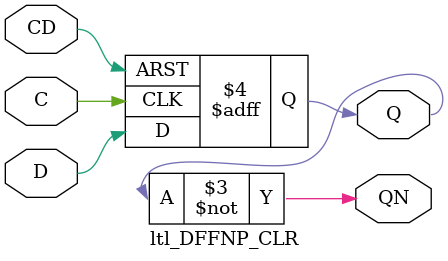
<source format=v>
/*
    Verilog description of cell library to allow for proper port mapping

    Based on Yosys cmos example
*/

module ltl_BUF(A, Y);
input A;
output Y;
assign Y = A;
endmodule

module ltl_NOT(A, Y);
input A;
output Y;
assign Y = ~A;
endmodule

module ltl_NAND2(A, B, Y);
input A, B;
output Y;
assign Y = ~(A & B);
endmodule

module ltl_NAND3(A, B, C,Y);
input A, B, C;
output Y;
assign Y = ~(A & B & C);
endmodule

module ltl_AOI2_2(A, B, C, D, Y);
input A, B, C, D;
output Y;
assign Y = ~((A & B) | (C & D));
endmodule

module ltl_AOI1_2(A, B, C, Y);
input A, B, C;
output Y;
assign Y = ~((A & B) | (B & C));
endmodule


module ltl_NOR2(A, B, Y);
input A, B;
output Y;
assign Y = ~(A | B);
endmodule

module ltl_NOR3(A, B, C, Y);
input A, B , C;
output Y;
assign Y = ~(A | B | C);
endmodule
/*
module ltl_DFF(C, D, Q);
input C, D;
output reg Q;
always @(posedge C)
	Q <= D;
endmodule
*/
module hy_XOR2(A, B, Y);
input A, B;
output Y;
assign Y = (A ^ B);
endmodule


module ltl_DFFNP(C, D, Q, QN);
input C, D;
output reg Q;
output QN;
always @(posedge C)
    Q <=  D;

assign QN = ~Q;

endmodule

module ltl_DFFNP_CLR(C, CD, D, Q, QN);
input C, D, CD;
output reg Q;
output QN;
always @(posedge C or negedge CD)
begin
    if (CD == 1'b0)
        Q <= 1'b0; 
    else
        Q <=  D;
end

assign QN = ~Q;

endmodule

</source>
